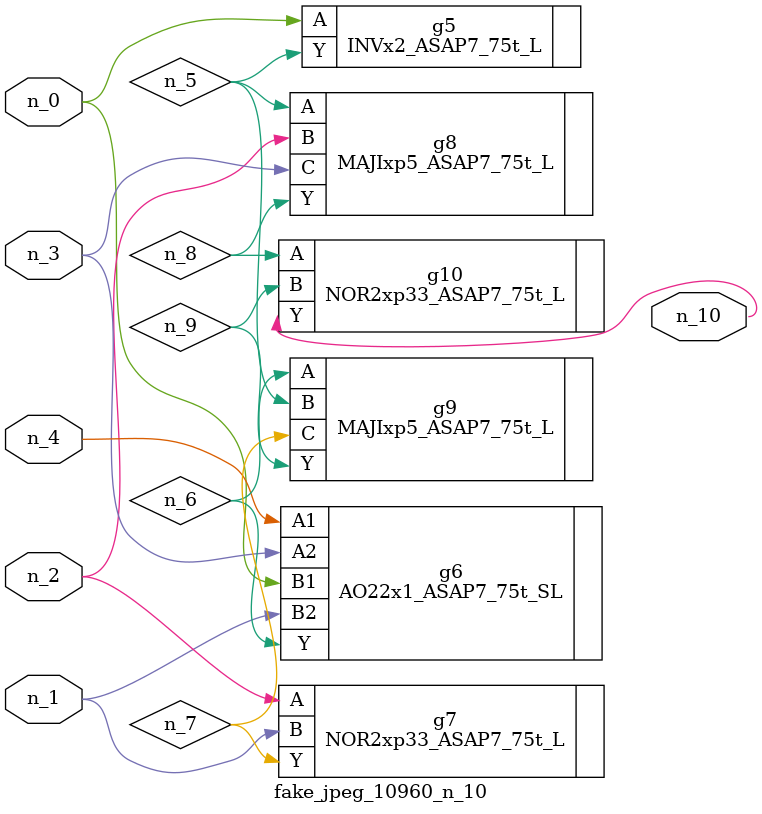
<source format=v>
module fake_jpeg_10960_n_10 (n_3, n_2, n_1, n_0, n_4, n_10);

input n_3;
input n_2;
input n_1;
input n_0;
input n_4;

output n_10;

wire n_8;
wire n_9;
wire n_6;
wire n_5;
wire n_7;

INVx2_ASAP7_75t_L g5 ( 
.A(n_0),
.Y(n_5)
);

AO22x1_ASAP7_75t_SL g6 ( 
.A1(n_4),
.A2(n_3),
.B1(n_0),
.B2(n_1),
.Y(n_6)
);

NOR2xp33_ASAP7_75t_L g7 ( 
.A(n_2),
.B(n_1),
.Y(n_7)
);

MAJIxp5_ASAP7_75t_L g8 ( 
.A(n_5),
.B(n_2),
.C(n_3),
.Y(n_8)
);

NOR2xp33_ASAP7_75t_L g10 ( 
.A(n_8),
.B(n_9),
.Y(n_10)
);

MAJIxp5_ASAP7_75t_L g9 ( 
.A(n_6),
.B(n_5),
.C(n_7),
.Y(n_9)
);


endmodule
</source>
